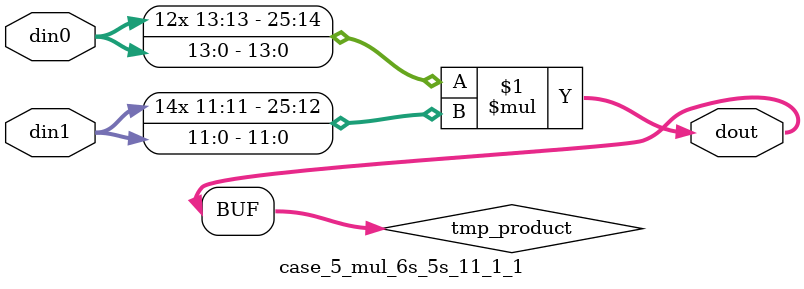
<source format=v>

`timescale 1 ns / 1 ps

 (* use_dsp = "no" *)  module case_5_mul_6s_5s_11_1_1(din0, din1, dout);
parameter ID = 1;
parameter NUM_STAGE = 0;
parameter din0_WIDTH = 14;
parameter din1_WIDTH = 12;
parameter dout_WIDTH = 26;

input [din0_WIDTH - 1 : 0] din0; 
input [din1_WIDTH - 1 : 0] din1; 
output [dout_WIDTH - 1 : 0] dout;

wire signed [dout_WIDTH - 1 : 0] tmp_product;



























assign tmp_product = $signed(din0) * $signed(din1);








assign dout = tmp_product;





















endmodule

</source>
